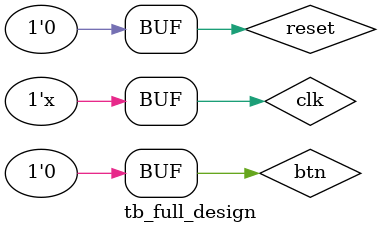
<source format=v>
`timescale 1ns / 1ps

module tb_full_design;

    reg clk = 0;
    reg btn = 0;
    reg reset = 0;
    wire [3:0] led;

    // Instantiate DUT
    top UUT (
        .clk(clk),
        .btn(btn),
        .reset(reset),
        .led(led)
    );

    always #8 clk = ~clk;

    initial begin
        //
    end

endmodule

</source>
